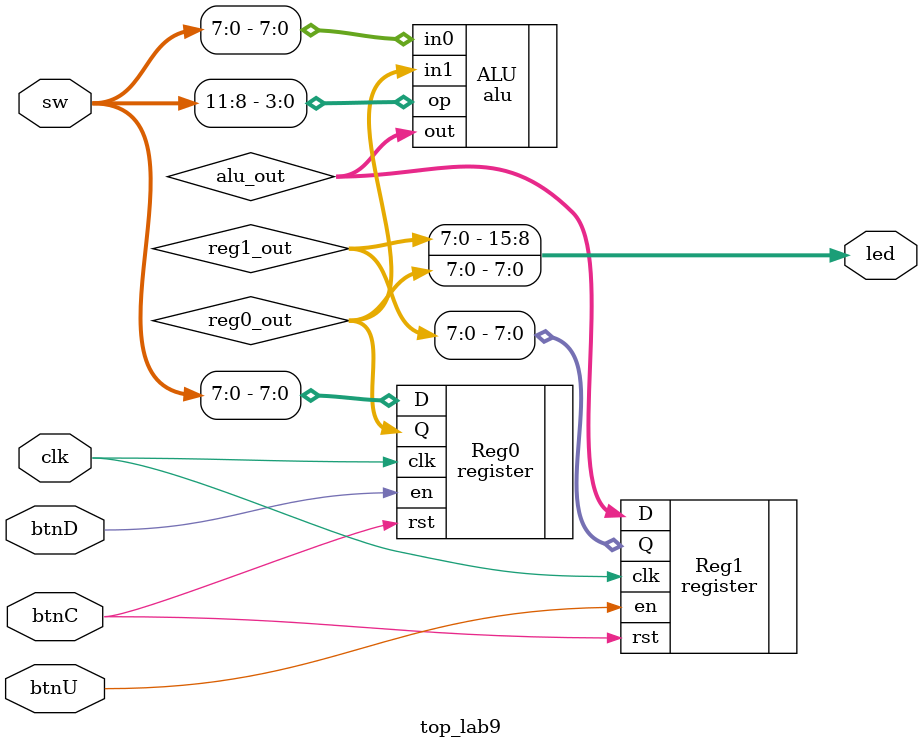
<source format=sv>
`timescale 1ns / 1ps


module top_lab9(
    input btnU,
    input btnD,
    input [11:0] sw,
    input clk,
    input btnC,
    output [15:0] led
    );
    
    wire [7:0] reg0_out;
    wire [7:0] alu_out;
    wire [8:0] reg1_out;
    
    register Reg0 (
       .D(sw[7:0]),
       .en(btnD),
       .clk(clk),
       .rst(btnC),
       .Q(reg0_out[7:0])
    );
    
    alu ALU(
       .in1(reg0_out[7:0]),
       .in0(sw[7:0]),
       .op(sw[11:8]),
       .out(alu_out[7:0])
    );
    
    register Reg1 (
       .D(alu_out[7:0]),
       .en(btnU),
       .clk(clk),
       .rst(btnC),
       .Q(reg1_out[7:0])
    );
    
    assign led[7:0] = reg0_out[7:0];
    assign led[15:8] = reg1_out[7:0];
    
    
endmodule

</source>
